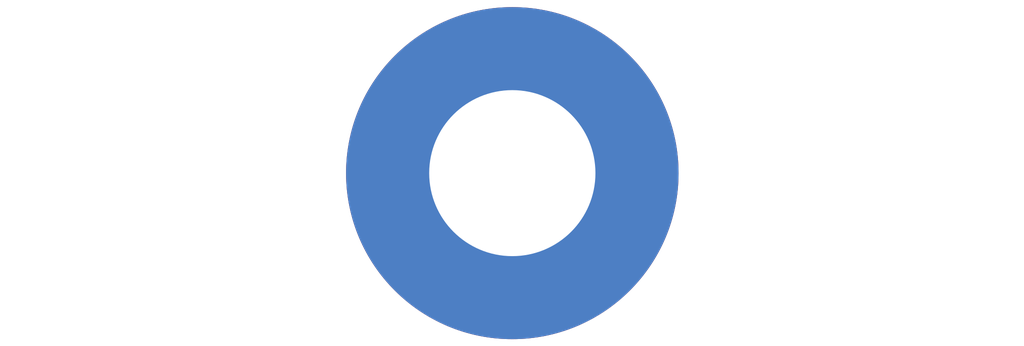
<source format=kicad_pcb>
(kicad_pcb (version 20240108) (generator pcbnew)
  (layers (0 "F.Cu" signal) (31 "B.Cu" signal) (34 "B.Paste" user) (35 "F.Paste" user) (36 "B.SilkS" user "B.Silkscreen") (37 "F.SilkS" user "F.Silkscreen") (38 "B.Mask" user) (39 "F.Mask" user) (44 "Edge.Cuts" user))
  (net 0 "")
  (footprint "MountingHole_6.4mm_M6_Pad_TopBottom" (layer "F.Cu") (at 0 0)
    (property "Reference" "REF**")
    (property "Value" "MountingHole_6.4mm_M6_Pad_TopBottom")
    (pad "1" thru_hole circle (at 0 0) (size 6.8 6.8) (drill 6.4) (layers *.Cu *.Mask) (remove_unused_layers))
    (pad "1" connect circle (at 0 0) (size 12.8 12.8) (layers "F.Cu" "F.Mask"))
    (pad "1" connect circle (at 0 0) (size 12.8 12.8) (layers "B.Cu" "B.Mask"))
  )
)
</source>
